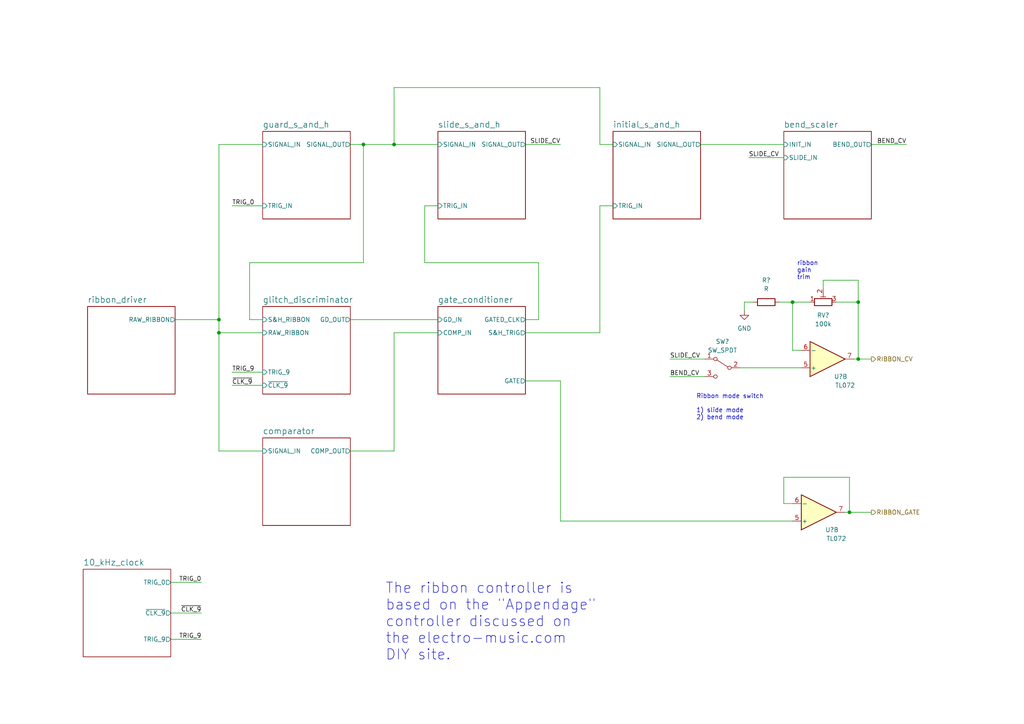
<source format=kicad_sch>
(kicad_sch (version 20211123) (generator eeschema)
  (paper "A4")
  (title_block (title "Josh Ox Ribbon Synth Ribbon board") (date "2022-06-16") (rev "0") (comment 1 "creativecommons.org/licences/by/4.0") (comment 2 "license: CC by 4.0") (comment 3 "Author: Jordan Aceto"))
  (lib_symbols
    (symbol "Amplifier_Operational:TL072" (pin_names (offset 0.127))
      (property "Reference" "U" (at 0 5.08 0))
      (property "Value" "TL072" (at 0 -5.08 0))
      (symbol "TL072_1_1"
        (polyline (pts (xy -5.08 5.08) (xy 5.08 0) (xy -5.08 -5.08) (xy -5.08 5.08)) (stroke (width 0.254)) (fill (type background)))
        (pin output line (at 7.62 0 180) (length 2.54) (name "~") (number "1"))
        (pin input line (at -7.62 -2.54 0) (length 2.54) (name "-") (number "2"))
        (pin input line (at -7.62 2.54 0) (length 2.54) (name "+") (number "3"))
      )
      (symbol "TL072_2_1"
        (polyline (pts (xy -5.08 5.08) (xy 5.08 0) (xy -5.08 -5.08) (xy -5.08 5.08)) (stroke (width 0.254)) (fill (type background)))
        (pin input line (at -7.62 2.54 0) (length 2.54) (name "+") (number "5"))
        (pin input line (at -7.62 -2.54 0) (length 2.54) (name "-") (number "6"))
        (pin output line (at 7.62 0 180) (length 2.54) (name "~") (number "7"))
      )
      (symbol "TL072_3_1"
        (pin power_in line (at -2.54 -7.62 90) (length 3.81) (name "V-") (number "4"))
        (pin power_in line (at -2.54 7.62 270) (length 3.81) (name "V+") (number "8"))
      )
    )
    (symbol "Device:R" (pin_numbers hide) (pin_names (offset 0))
      (property "Reference" "R" (at 2.032 0 90))
      (property "Value" "R" (at 0 0 90))
      (symbol "R_0_1"
        (rectangle (start -1.016 -2.54) (end 1.016 2.54) (stroke (width 0.254)))
      )
      (symbol "R_1_1"
        (pin passive line (at 0 3.81 270) (length 1.27) (name "~") (number "1"))
        (pin passive line (at 0 -3.81 90) (length 1.27) (name "~") (number "2"))
      )
    )
    (symbol "Device:R_Potentiometer_Trim" (pin_names (offset 1.016) hide)
      (property "Reference" "RV" (at -4.445 0 90))
      (property "Value" "R_Potentiometer_Trim" (at -2.54 0 90))
      (symbol "R_Potentiometer_Trim_0_1"
        (polyline (pts (xy 1.524 0.762) (xy 1.524 -0.762)))
        (polyline (pts (xy 2.54 0) (xy 1.524 0)))
        (rectangle (start 1.016 2.54) (end -1.016 -2.54) (stroke (width 0.254)))
      )
      (symbol "R_Potentiometer_Trim_1_1"
        (pin passive line (at 0 3.81 270) (length 1.27) (name "1") (number "1"))
        (pin passive line (at 3.81 0 180) (length 1.27) (name "2") (number "2"))
        (pin passive line (at 0 -3.81 90) (length 1.27) (name "3") (number "3"))
      )
    )
    (symbol "Switch:SW_SPDT" (pin_names (offset 0) hide)
      (property "Reference" "SW" (at 0 4.318 0))
      (property "Value" "SW_SPDT" (at 0 -5.08 0))
      (symbol "SW_SPDT_0_0"
        (circle (center -2.032 0) (radius 0.508))
        (circle (center 2.032 -2.54) (radius 0.508))
      )
      (symbol "SW_SPDT_0_1"
        (polyline (pts (xy -1.524 0.254) (xy 1.651 2.286)))
        (circle (center 2.032 2.54) (radius 0.508))
      )
      (symbol "SW_SPDT_1_1"
        (pin passive line (at 5.08 2.54 180) (length 2.54) (name "A") (number "1"))
        (pin passive line (at -5.08 0 0) (length 2.54) (name "B") (number "2"))
        (pin passive line (at 5.08 -2.54 180) (length 2.54) (name "C") (number "3"))
      )
    )
    (symbol "power:GND" (power) (pin_names (offset 0))
      (property "Value" "GND" (at 0 -3.81 0))
      (symbol "GND_0_1"
        (polyline (pts (xy 0 0) (xy 0 -1.27) (xy 1.27 -1.27) (xy 0 -2.54) (xy -1.27 -1.27) (xy 0 -1.27)))
      )
      (symbol "GND_1_1"
        (pin power_in line (at 0 0 270) (length 0) hide (name "GND") (number "1"))
      )
    )
  )
  (junction (at 229.87 87.63))
  (junction (at 114.3 41.91))
  (junction (at 248.92 87.63))
  (junction (at 246.38 148.59))
  (junction (at 63.5 92.71))
  (junction (at 63.5 96.52))
  (junction (at 248.92 104.14))
  (junction (at 105.41 41.91))
  (wire (pts (xy 105.41 41.91) (xy 114.3 41.91)))
  (wire (pts (xy 114.3 130.81) (xy 114.3 96.52)))
  (wire (pts (xy 162.56 151.13) (xy 229.87 151.13)))
  (wire (pts (xy 173.99 41.91) (xy 177.8 41.91)))
  (wire (pts (xy 214.63 106.68) (xy 232.41 106.68)))
  (wire (pts (xy 101.6 92.71) (xy 127 92.71)))
  (wire (pts (xy 245.11 148.59) (xy 246.38 148.59)))
  (wire (pts (xy 247.65 104.14) (xy 248.92 104.14)))
  (wire (pts (xy 204.47 104.14) (xy 194.31 104.14)))
  (wire (pts (xy 114.3 41.91) (xy 127 41.91)))
  (wire (pts (xy 252.73 41.91) (xy 262.89 41.91)))
  (wire (pts (xy 173.99 25.4) (xy 173.99 41.91)))
  (wire (pts (xy 63.5 96.52) (xy 63.5 130.81)))
  (wire (pts (xy 229.87 146.05) (xy 227.33 146.05)))
  (wire (pts (xy 246.38 148.59) (xy 252.73 148.59)))
  (wire (pts (xy 238.76 81.28) (xy 248.92 81.28)))
  (wire (pts (xy 63.5 130.81) (xy 76.2 130.81)))
  (wire (pts (xy 152.4 110.49) (xy 162.56 110.49)))
  (wire (pts (xy 63.5 92.71) (xy 63.5 96.52)))
  (wire (pts (xy 152.4 96.52) (xy 173.99 96.52)))
  (wire (pts (xy 156.21 76.2) (xy 123.19 76.2)))
  (wire (pts (xy 49.53 177.8) (xy 58.42 177.8)))
  (wire (pts (xy 50.8 92.71) (xy 63.5 92.71)))
  (wire (pts (xy 49.53 168.91) (xy 58.42 168.91)))
  (wire (pts (xy 76.2 111.76) (xy 67.31 111.76)))
  (wire (pts (xy 105.41 76.2) (xy 105.41 41.91)))
  (wire (pts (xy 204.47 109.22) (xy 194.31 109.22)))
  (wire (pts (xy 49.53 185.42) (xy 58.42 185.42)))
  (wire (pts (xy 156.21 92.71) (xy 156.21 76.2)))
  (wire (pts (xy 232.41 101.6) (xy 229.87 101.6)))
  (wire (pts (xy 203.2 41.91) (xy 227.33 41.91)))
  (wire (pts (xy 248.92 104.14) (xy 252.73 104.14)))
  (wire (pts (xy 229.87 101.6) (xy 229.87 87.63)))
  (wire (pts (xy 162.56 151.13) (xy 162.56 110.49)))
  (wire (pts (xy 242.57 87.63) (xy 248.92 87.63)))
  (wire (pts (xy 215.9 87.63) (xy 218.44 87.63)))
  (wire (pts (xy 76.2 59.69) (xy 67.31 59.69)))
  (wire (pts (xy 63.5 41.91) (xy 63.5 92.71)))
  (wire (pts (xy 229.87 87.63) (xy 234.95 87.63)))
  (wire (pts (xy 114.3 41.91) (xy 114.3 25.4)))
  (wire (pts (xy 72.39 92.71) (xy 72.39 76.2)))
  (wire (pts (xy 123.19 76.2) (xy 123.19 59.69)))
  (wire (pts (xy 227.33 45.72) (xy 217.17 45.72)))
  (wire (pts (xy 238.76 83.82) (xy 238.76 81.28)))
  (wire (pts (xy 173.99 96.52) (xy 173.99 59.69)))
  (wire (pts (xy 72.39 76.2) (xy 105.41 76.2)))
  (wire (pts (xy 227.33 138.43) (xy 246.38 138.43)))
  (wire (pts (xy 76.2 92.71) (xy 72.39 92.71)))
  (wire (pts (xy 226.06 87.63) (xy 229.87 87.63)))
  (wire (pts (xy 152.4 92.71) (xy 156.21 92.71)))
  (wire (pts (xy 173.99 59.69) (xy 177.8 59.69)))
  (wire (pts (xy 215.9 90.17) (xy 215.9 87.63)))
  (wire (pts (xy 76.2 107.95) (xy 67.31 107.95)))
  (wire (pts (xy 248.92 81.28) (xy 248.92 87.63)))
  (wire (pts (xy 114.3 25.4) (xy 173.99 25.4)))
  (wire (pts (xy 246.38 138.43) (xy 246.38 148.59)))
  (wire (pts (xy 114.3 96.52) (xy 127 96.52)))
  (wire (pts (xy 152.4 41.91) (xy 162.56 41.91)))
  (wire (pts (xy 123.19 59.69) (xy 127 59.69)))
  (wire (pts (xy 76.2 96.52) (xy 63.5 96.52)))
  (wire (pts (xy 76.2 41.91) (xy 63.5 41.91)))
  (wire (pts (xy 101.6 41.91) (xy 105.41 41.91)))
  (wire (pts (xy 101.6 130.81) (xy 114.3 130.81)))
  (wire (pts (xy 227.33 146.05) (xy 227.33 138.43)))
  (wire (pts (xy 248.92 87.63) (xy 248.92 104.14)))
  (text "Ribbon mode switch\n\n1) slide mode\n2) bend mode" (at 201.93 121.92 0) (effects (font (size 1.27 1.27)) (justify left bottom)))
  (text "ribbon \ngain\ntrim" (at 231.14 81.28 0) (effects (font (size 1.27 1.27)) (justify left bottom)))
  (text "The ribbon controller is \nbased on the \"Appendage\"\ncontroller discussed on\nthe electro-music.com \nDIY site." (at 111.76 191.77 0) (effects (font (size 3 3)) (justify left bottom)))
  (label "TRIG_9" (at 58.42 185.42 180))
  (label "~{CLK_9}" (at 58.42 177.8 180))
  (label "BEND_CV" (at 194.31 109.22 0))
  (label "TRIG_9" (at 67.31 107.95 0))
  (label "BEND_CV" (at 262.89 41.91 180))
  (label "SLIDE_CV" (at 162.56 41.91 180))
  (label "TRIG_0" (at 58.42 168.91 180))
  (label "TRIG_0" (at 67.31 59.69 0))
  (label "~{CLK_9}" (at 67.31 111.76 0))
  (label "SLIDE_CV" (at 217.17 45.72 0))
  (label "SLIDE_CV" (at 194.31 104.14 0))
  (hierarchical_label "RIBBON_CV" (shape output) (at 252.73 104.14 0))
  (hierarchical_label "RIBBON_GATE" (shape output) (at 252.73 148.59 0))
  (symbol (lib_id "Amplifier_Operational:TL072") (at 240.03 104.14 0) (mirror x) (unit 2)
    (property "Reference" "U?" (at 243.84 109.22 0))
    (property "Value" "TL072" (at 245.11 111.76 0))
    (property "Footprint" "Package_SO:SO-8_5.3x6.2mm_P1.27mm" (effects hide))
    (property "Datasheet" "http://www.ti.com/lit/ds/symlink/tl071.pdf" (effects hide))
  )
  (symbol (lib_id "Amplifier_Operational:TL072") (at 237.49 148.59 0) (mirror x) (unit 2)
    (property "Reference" "U?" (at 241.3 153.67 0))
    (property "Value" "TL072" (at 242.57 156.21 0))
    (property "Footprint" "Package_SO:SO-8_5.3x6.2mm_P1.27mm" (effects hide))
    (property "Datasheet" "http://www.ti.com/lit/ds/symlink/tl071.pdf" (effects hide))
  )
  (symbol (lib_id "power:GND") (at 215.9 90.17 0) (unit 1)
    (property "Reference" "#PWR?" (effects hide))
    (property "Value" "GND" (at 215.9 95.25 0))
  )
  (symbol (lib_id "Device:R") (at 222.25 87.63 90) (unit 1)
    (property "Reference" "R?" (at 222.25 81.28 90))
    (property "Value" "R" (at 222.25 83.82 90))
  )
  (symbol (lib_id "Switch:SW_SPDT") (at 209.55 106.68 0) (mirror y) (unit 1)
    (property "Reference" "SW?" (at 209.55 99.06 0))
    (property "Value" "SW_SPDT" (at 209.55 101.6 0))
  )
  (symbol (lib_id "Device:R_Potentiometer_Trim") (at 238.76 87.63 90) (unit 1)
    (property "Reference" "RV?" (at 238.76 91.44 90))
    (property "Value" "100k" (at 238.76 93.98 90))
  )
  (sheet (at 127 88.9) (size 25.4 25.4) (stroke (width 0.1524))
    (property "Sheet name" "gate_conditioner" (at 127 87.9484 0) (effects (font (size 1.75 1.75)) (justify left bottom)))
    (property "Sheet file" "gate_conditioner.kicad_sch" (effects hide))
    (pin "GD_IN" input (at 127 92.71 180))
    (pin "COMP_IN" input (at 127 96.52 180))
    (pin "GATED_CLK" output (at 152.4 92.71 0))
    (pin "S&H_TRIG" output (at 152.4 96.52 0))
    (pin "GATE" output (at 152.4 110.49 0))
  )
  (sheet (at 177.8 38.1) (size 25.4 25.4) (stroke (width 0.1524))
    (property "Sheet name" "initial_s_and_h" (at 177.8 37.1484 0) (effects (font (size 1.75 1.75)) (justify left bottom)))
    (property "Sheet file" "clocked_s_and_h.kicad_sch" (effects hide))
    (pin "SIGNAL_IN" input (at 177.8 41.91 180))
    (pin "SIGNAL_OUT" output (at 203.2 41.91 0))
    (pin "TRIG_IN" input (at 177.8 59.69 180))
  )
  (sheet (at 76.2 38.1) (size 25.4 25.4) (stroke (width 0.1524))
    (property "Sheet name" "guard_s_and_h" (at 76.2 37.1484 0) (effects (font (size 1.75 1.75)) (justify left bottom)))
    (property "Sheet file" "basic_s_and_h.kicad_sch" (effects hide))
    (pin "SIGNAL_OUT" output (at 101.6 41.91 0))
    (pin "SIGNAL_IN" input (at 76.2 41.91 180))
    (pin "TRIG_IN" input (at 76.2 59.69 180))
  )
  (sheet (at 127 38.1) (size 25.4 25.4) (stroke (width 0.1524))
    (property "Sheet name" "slide_s_and_h" (at 127 37.1484 0) (effects (font (size 1.75 1.75)) (justify left bottom)))
    (property "Sheet file" "clocked_s_and_h.kicad_sch" (effects hide))
    (pin "SIGNAL_IN" input (at 127 41.91 180))
    (pin "SIGNAL_OUT" output (at 152.4 41.91 0))
    (pin "TRIG_IN" input (at 127 59.69 180))
  )
  (sheet (at 227.33 38.1) (size 25.4 25.4) (stroke (width 0.1524))
    (property "Sheet name" "bend_scaler" (at 227.33 37.1484 0) (effects (font (size 1.75 1.75)) (justify left bottom)))
    (property "Sheet file" "bend_scaler.kicad_sch" (effects hide))
    (pin "BEND_OUT" output (at 252.73 41.91 0))
    (pin "INIT_IN" input (at 227.33 41.91 180))
    (pin "SLIDE_IN" input (at 227.33 45.72 180))
  )
  (sheet (at 76.2 88.9) (size 25.4 25.4) (stroke (width 0.1524))
    (property "Sheet name" "glitch_discriminator" (at 76.2 87.9484 0) (effects (font (size 1.75 1.75)) (justify left bottom)))
    (property "Sheet file" "glitch_discriminator.kicad_sch" (effects hide))
    (pin "RAW_RIBBON" input (at 76.2 96.52 180))
    (pin "S&H_RIBBON" input (at 76.2 92.71 180))
    (pin "GD_OUT" output (at 101.6 92.71 0))
    (pin "TRIG_9" input (at 76.2 107.95 180))
    (pin "~{CLK_9}" input (at 76.2 111.76 180))
  )
  (sheet (at 25.4 88.9) (size 25.4 25.4) (stroke (width 0.1524))
    (property "Sheet name" "ribbon_driver" (at 25.4 87.9484 0) (effects (font (size 1.75 1.75)) (justify left bottom)))
    (property "Sheet file" "ribbon_driver.kicad_sch" (effects hide))
    (pin "RAW_RIBBON" output (at 50.8 92.71 0))
  )
  (sheet (at 24.13 165.1) (size 25.4 25.4) (stroke (width 0.1524))
    (property "Sheet name" "10_kHz_clock" (at 24.13 164.1484 0) (effects (font (size 1.75 1.75)) (justify left bottom)))
    (property "Sheet file" "10_kHz_clock.kicad_sch" (effects hide))
    (pin "TRIG_0" output (at 49.53 168.91 0))
    (pin "~{CLK_9}" output (at 49.53 177.8 0))
    (pin "TRIG_9" output (at 49.53 185.42 0))
  )
  (sheet (at 76.2 127) (size 25.4 25.4) (stroke (width 0.1524))
    (property "Sheet name" "comparator" (at 76.2 126.0484 0) (effects (font (size 1.75 1.75)) (justify left bottom)))
    (property "Sheet file" "comparator.kicad_sch" (effects hide))
    (pin "COMP_OUT" output (at 101.6 130.81 0))
    (pin "SIGNAL_IN" input (at 76.2 130.81 180))
  )
)
</source>
